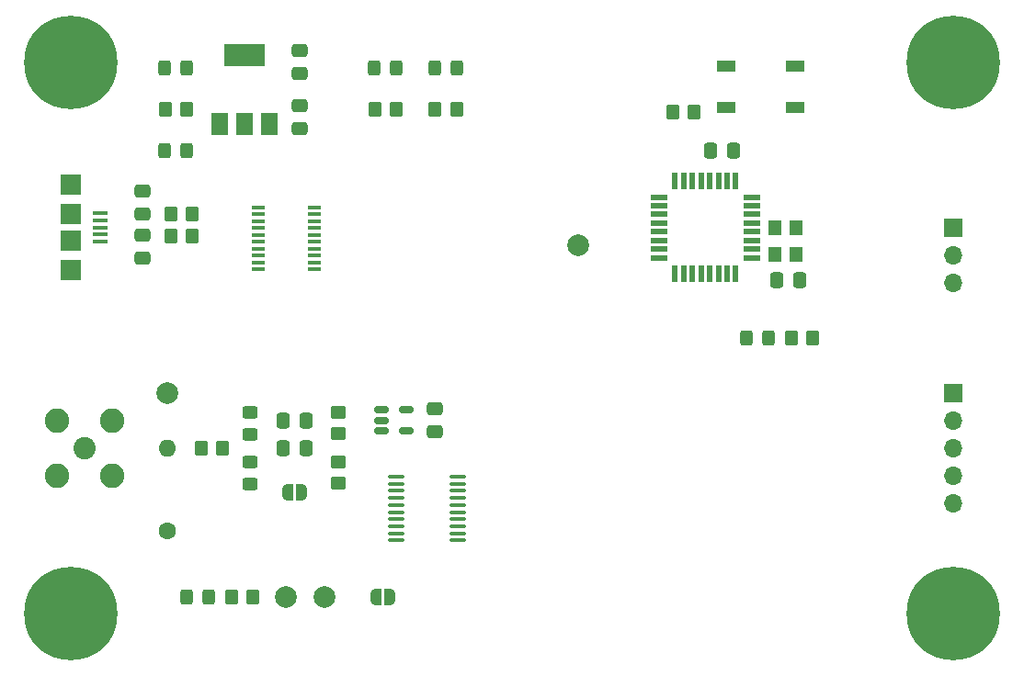
<source format=gts>
G04 #@! TF.GenerationSoftware,KiCad,Pcbnew,(6.0.9)*
G04 #@! TF.CreationDate,2022-12-14T01:21:17-05:00*
G04 #@! TF.ProjectId,usbcounter,75736263-6f75-46e7-9465-722e6b696361,rev?*
G04 #@! TF.SameCoordinates,Original*
G04 #@! TF.FileFunction,Soldermask,Top*
G04 #@! TF.FilePolarity,Negative*
%FSLAX46Y46*%
G04 Gerber Fmt 4.6, Leading zero omitted, Abs format (unit mm)*
G04 Created by KiCad (PCBNEW (6.0.9)) date 2022-12-14 01:21:17*
%MOMM*%
%LPD*%
G01*
G04 APERTURE LIST*
G04 Aperture macros list*
%AMRoundRect*
0 Rectangle with rounded corners*
0 $1 Rounding radius*
0 $2 $3 $4 $5 $6 $7 $8 $9 X,Y pos of 4 corners*
0 Add a 4 corners polygon primitive as box body*
4,1,4,$2,$3,$4,$5,$6,$7,$8,$9,$2,$3,0*
0 Add four circle primitives for the rounded corners*
1,1,$1+$1,$2,$3*
1,1,$1+$1,$4,$5*
1,1,$1+$1,$6,$7*
1,1,$1+$1,$8,$9*
0 Add four rect primitives between the rounded corners*
20,1,$1+$1,$2,$3,$4,$5,0*
20,1,$1+$1,$4,$5,$6,$7,0*
20,1,$1+$1,$6,$7,$8,$9,0*
20,1,$1+$1,$8,$9,$2,$3,0*%
%AMFreePoly0*
4,1,22,0.500000,-0.750000,0.000000,-0.750000,0.000000,-0.745033,-0.079941,-0.743568,-0.215256,-0.701293,-0.333266,-0.622738,-0.424486,-0.514219,-0.481581,-0.384460,-0.499164,-0.250000,-0.500000,-0.250000,-0.500000,0.250000,-0.499164,0.250000,-0.499963,0.256109,-0.478152,0.396186,-0.417904,0.524511,-0.324060,0.630769,-0.204165,0.706417,-0.067858,0.745374,0.000000,0.744959,0.000000,0.750000,
0.500000,0.750000,0.500000,-0.750000,0.500000,-0.750000,$1*%
%AMFreePoly1*
4,1,20,0.000000,0.744959,0.073905,0.744508,0.209726,0.703889,0.328688,0.626782,0.421226,0.519385,0.479903,0.390333,0.500000,0.250000,0.500000,-0.250000,0.499851,-0.262216,0.476331,-0.402017,0.414519,-0.529596,0.319384,-0.634700,0.198574,-0.708877,0.061801,-0.746166,0.000000,-0.745033,0.000000,-0.750000,-0.500000,-0.750000,-0.500000,0.750000,0.000000,0.750000,0.000000,0.744959,
0.000000,0.744959,$1*%
G04 Aperture macros list end*
%ADD10R,1.700000X1.000000*%
%ADD11C,1.600000*%
%ADD12O,1.600000X1.600000*%
%ADD13R,1.700000X1.700000*%
%ADD14O,1.700000X1.700000*%
%ADD15RoundRect,0.250000X0.450000X-0.350000X0.450000X0.350000X-0.450000X0.350000X-0.450000X-0.350000X0*%
%ADD16RoundRect,0.250000X-0.350000X-0.450000X0.350000X-0.450000X0.350000X0.450000X-0.350000X0.450000X0*%
%ADD17C,8.600000*%
%ADD18RoundRect,0.250000X0.475000X-0.337500X0.475000X0.337500X-0.475000X0.337500X-0.475000X-0.337500X0*%
%ADD19RoundRect,0.250000X-0.450000X0.325000X-0.450000X-0.325000X0.450000X-0.325000X0.450000X0.325000X0*%
%ADD20C,2.000000*%
%ADD21RoundRect,0.250000X-0.325000X-0.450000X0.325000X-0.450000X0.325000X0.450000X-0.325000X0.450000X0*%
%ADD22RoundRect,0.250000X0.325000X0.450000X-0.325000X0.450000X-0.325000X-0.450000X0.325000X-0.450000X0*%
%ADD23R,1.600000X0.550000*%
%ADD24R,0.550000X1.600000*%
%ADD25RoundRect,0.250000X-0.337500X-0.475000X0.337500X-0.475000X0.337500X0.475000X-0.337500X0.475000X0*%
%ADD26RoundRect,0.100000X-0.637500X-0.100000X0.637500X-0.100000X0.637500X0.100000X-0.637500X0.100000X0*%
%ADD27RoundRect,0.250000X-0.475000X0.337500X-0.475000X-0.337500X0.475000X-0.337500X0.475000X0.337500X0*%
%ADD28RoundRect,0.250000X0.337500X0.475000X-0.337500X0.475000X-0.337500X-0.475000X0.337500X-0.475000X0*%
%ADD29FreePoly0,0.000000*%
%ADD30FreePoly1,0.000000*%
%ADD31RoundRect,0.150000X-0.512500X-0.150000X0.512500X-0.150000X0.512500X0.150000X-0.512500X0.150000X0*%
%ADD32R,1.500000X2.000000*%
%ADD33R,3.800000X2.000000*%
%ADD34C,2.050000*%
%ADD35C,2.250000*%
%ADD36R,1.200000X0.400000*%
%ADD37R,1.200000X1.400000*%
%ADD38R,1.900000X1.900000*%
%ADD39R,1.350000X0.400000*%
%ADD40C,0.001000*%
G04 APERTURE END LIST*
D10*
X122530000Y-60066000D03*
X116230000Y-60066000D03*
X116230000Y-56266000D03*
X122530000Y-56266000D03*
D11*
X64770000Y-99060000D03*
D12*
X64770000Y-91440000D03*
D13*
X137160000Y-86360000D03*
D14*
X137160000Y-88900000D03*
X137160000Y-91440000D03*
X137160000Y-93980000D03*
X137160000Y-96520000D03*
D15*
X80518000Y-94726000D03*
X80518000Y-92726000D03*
D16*
X70628000Y-105156000D03*
X72628000Y-105156000D03*
D17*
X55880000Y-106680000D03*
D18*
X76962000Y-56917500D03*
X76962000Y-54842500D03*
D19*
X72390000Y-88129000D03*
X72390000Y-90179000D03*
D20*
X102616000Y-72771000D03*
D16*
X65040000Y-71882000D03*
X67040000Y-71882000D03*
D21*
X66539000Y-105156000D03*
X68589000Y-105156000D03*
D22*
X85861000Y-56388000D03*
X83811000Y-56388000D03*
X91440000Y-56388000D03*
X89390000Y-56388000D03*
D16*
X64532000Y-60198000D03*
X66532000Y-60198000D03*
D22*
X66557000Y-56388000D03*
X64507000Y-56388000D03*
D21*
X118092000Y-81280000D03*
X120142000Y-81280000D03*
D23*
X110050000Y-68320000D03*
X110050000Y-69120000D03*
X110050000Y-69920000D03*
X110050000Y-70720000D03*
X110050000Y-71520000D03*
X110050000Y-72320000D03*
X110050000Y-73120000D03*
X110050000Y-73920000D03*
D24*
X111500000Y-75370000D03*
X112300000Y-75370000D03*
X113100000Y-75370000D03*
X113900000Y-75370000D03*
X114700000Y-75370000D03*
X115500000Y-75370000D03*
X116300000Y-75370000D03*
X117100000Y-75370000D03*
D23*
X118550000Y-73920000D03*
X118550000Y-73120000D03*
X118550000Y-72320000D03*
X118550000Y-71520000D03*
X118550000Y-70720000D03*
X118550000Y-69920000D03*
X118550000Y-69120000D03*
X118550000Y-68320000D03*
D24*
X117100000Y-66870000D03*
X116300000Y-66870000D03*
X115500000Y-66870000D03*
X114700000Y-66870000D03*
X113900000Y-66870000D03*
X113100000Y-66870000D03*
X112300000Y-66870000D03*
X111500000Y-66870000D03*
D15*
X80518000Y-90154000D03*
X80518000Y-88154000D03*
D16*
X67850000Y-91440000D03*
X69850000Y-91440000D03*
D13*
X137160000Y-71120000D03*
D14*
X137160000Y-73660000D03*
X137160000Y-76200000D03*
D25*
X75438000Y-88900000D03*
X77513000Y-88900000D03*
D26*
X85783500Y-94103000D03*
X85783500Y-94753000D03*
X85783500Y-95403000D03*
X85783500Y-96053000D03*
X85783500Y-96703000D03*
X85783500Y-97353000D03*
X85783500Y-98003000D03*
X85783500Y-98653000D03*
X85783500Y-99303000D03*
X85783500Y-99953000D03*
X91508500Y-99953000D03*
X91508500Y-99303000D03*
X91508500Y-98653000D03*
X91508500Y-98003000D03*
X91508500Y-97353000D03*
X91508500Y-96703000D03*
X91508500Y-96053000D03*
X91508500Y-95403000D03*
X91508500Y-94753000D03*
X91508500Y-94103000D03*
D16*
X111268000Y-60452000D03*
X113268000Y-60452000D03*
X122190000Y-81280000D03*
X124190000Y-81280000D03*
D17*
X137160000Y-55880000D03*
D20*
X64770000Y-86360000D03*
D27*
X62484000Y-67796500D03*
X62484000Y-69871500D03*
D28*
X114786500Y-64008000D03*
X116861500Y-64008000D03*
D25*
X75438000Y-91440000D03*
X77513000Y-91440000D03*
D16*
X83836000Y-60198000D03*
X85836000Y-60198000D03*
D27*
X76962000Y-59922500D03*
X76962000Y-61997500D03*
D17*
X137160000Y-106680000D03*
D29*
X75825500Y-95504000D03*
D30*
X77125500Y-95504000D03*
D19*
X72390000Y-92701000D03*
X72390000Y-94751000D03*
D31*
X84460500Y-87950000D03*
X84460500Y-88900000D03*
X84460500Y-89850000D03*
X86735500Y-89850000D03*
X86735500Y-87950000D03*
D32*
X69582000Y-61570000D03*
X71882000Y-61570000D03*
D33*
X71882000Y-55270000D03*
D32*
X74182000Y-61570000D03*
D34*
X57150000Y-91440000D03*
D35*
X54610000Y-88900000D03*
X59690000Y-93980000D03*
X54610000Y-93980000D03*
X59690000Y-88900000D03*
D16*
X89415000Y-60198000D03*
X91415000Y-60198000D03*
D29*
X83932000Y-105156000D03*
D30*
X85232000Y-105156000D03*
D20*
X75692000Y-105156000D03*
D18*
X89408000Y-89937500D03*
X89408000Y-87862500D03*
D20*
X79248000Y-105156000D03*
D16*
X65040000Y-69850000D03*
X67040000Y-69850000D03*
D25*
X120882500Y-75946000D03*
X122957500Y-75946000D03*
D17*
X55880000Y-55880000D03*
D21*
X64507000Y-64008000D03*
X66557000Y-64008000D03*
D36*
X73092000Y-69278500D03*
X73092000Y-69913500D03*
X73092000Y-70548500D03*
X73092000Y-71183500D03*
X73092000Y-71818500D03*
X73092000Y-72453500D03*
X73092000Y-73088500D03*
X73092000Y-73723500D03*
X73092000Y-74358500D03*
X73092000Y-74993500D03*
X78292000Y-74993500D03*
X78292000Y-74358500D03*
X78292000Y-73723500D03*
X78292000Y-73088500D03*
X78292000Y-72453500D03*
X78292000Y-71818500D03*
X78292000Y-71183500D03*
X78292000Y-70548500D03*
X78292000Y-69913500D03*
X78292000Y-69278500D03*
D18*
X62484000Y-73935500D03*
X62484000Y-71860500D03*
D37*
X122616000Y-73590000D03*
X122616000Y-71190000D03*
X120716000Y-71190000D03*
X120716000Y-73590000D03*
D38*
X55845000Y-75070000D03*
X55845000Y-72320000D03*
X55845000Y-69920000D03*
X55845000Y-67170000D03*
D39*
X58520000Y-71770000D03*
X58520000Y-71120000D03*
X58520000Y-70470000D03*
X58520000Y-72420000D03*
X58520000Y-69820000D03*
D40*
X57995000Y-69120000D03*
X57995000Y-73120000D03*
M02*

</source>
